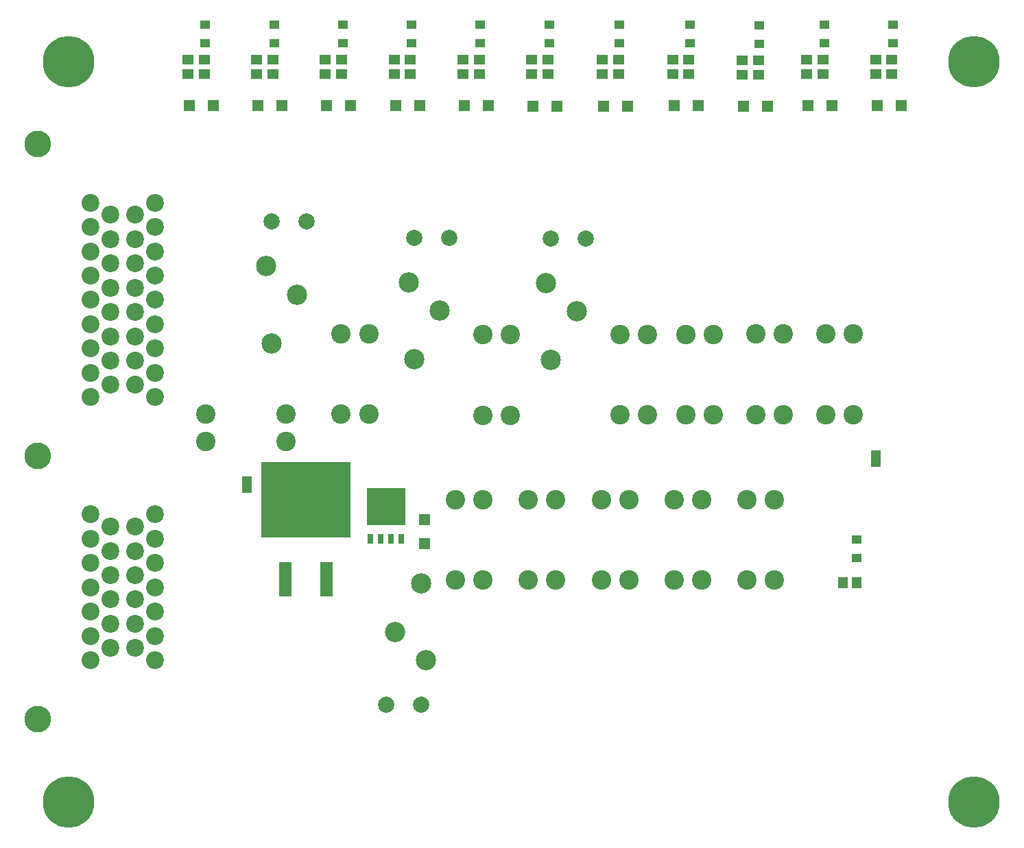
<source format=gbr>
%TF.GenerationSoftware,Altium Limited,Altium Designer,19.1.8 (144)*%
G04 Layer_Color=255*
%FSLAX26Y26*%
%MOIN*%
%TF.FileFunction,Pads,Top*%
%TF.Part,Single*%
G01*
G75*
%TA.AperFunction,SMDPad,CuDef*%
%ADD10R,0.027559X0.045276*%
%ADD11R,0.185039X0.181102*%
%ADD12R,0.045276X0.080709*%
%ADD13R,0.062992X0.169000*%
%ADD14R,0.436000X0.366000*%
%ADD15R,0.057087X0.053150*%
%ADD16R,0.051181X0.043307*%
%ADD17R,0.053150X0.057087*%
%ADD18R,0.053150X0.045276*%
%ADD19R,0.045276X0.053150*%
%TA.AperFunction,ComponentPad*%
%ADD25C,0.094488*%
%ADD26C,0.086614*%
%ADD27C,0.129921*%
%TA.AperFunction,ViaPad*%
%ADD28C,0.250000*%
%TA.AperFunction,ComponentPad*%
%ADD29C,0.098425*%
%ADD30C,0.078740*%
D10*
X1767000Y1580709D02*
D03*
X1817000D02*
D03*
X1867000D02*
D03*
X1917000D02*
D03*
D11*
X1842000Y1738189D02*
D03*
D12*
X1166390Y1843077D02*
D03*
X4221922Y1971000D02*
D03*
D13*
X1353000Y1384000D02*
D03*
X1553000D02*
D03*
D14*
X1453000Y1769500D02*
D03*
D15*
X2029000Y1672071D02*
D03*
Y1555929D02*
D03*
D16*
X1967162Y3990724D02*
D03*
Y4081276D02*
D03*
X2301453Y3990724D02*
D03*
Y4081276D02*
D03*
X2977983Y3989724D02*
D03*
Y4080275D02*
D03*
X3657983Y3986550D02*
D03*
Y4077102D02*
D03*
X2635983Y3989723D02*
D03*
Y4080274D02*
D03*
X3320615Y3989898D02*
D03*
Y4080449D02*
D03*
X3972906Y3990724D02*
D03*
Y4081276D02*
D03*
X4307197Y3990724D02*
D03*
Y4081276D02*
D03*
X1632872Y3990724D02*
D03*
Y4081276D02*
D03*
X1298581Y3990724D02*
D03*
Y4081276D02*
D03*
X964291Y3990724D02*
D03*
Y4081276D02*
D03*
X4131308Y1576071D02*
D03*
Y1485520D02*
D03*
D17*
X1670943Y3686000D02*
D03*
X1554801D02*
D03*
X1336652D02*
D03*
X1220510D02*
D03*
X1002361D02*
D03*
X886220D02*
D03*
X2005233D02*
D03*
X1889092D02*
D03*
X3358686Y3685173D02*
D03*
X3242545D02*
D03*
X4345267Y3686000D02*
D03*
X4229126D02*
D03*
X4010977D02*
D03*
X3894835D02*
D03*
X3016054Y3684999D02*
D03*
X2899912D02*
D03*
X2339524Y3686000D02*
D03*
X2223382D02*
D03*
X2674054Y3684998D02*
D03*
X2557912D02*
D03*
X3696054Y3681826D02*
D03*
X3579912D02*
D03*
D18*
X879016Y3841276D02*
D03*
Y3910173D02*
D03*
X1213307Y3841276D02*
D03*
Y3910173D02*
D03*
X1547597Y3841276D02*
D03*
Y3910173D02*
D03*
X1881888Y3841276D02*
D03*
Y3910173D02*
D03*
X2216179Y3841276D02*
D03*
Y3910173D02*
D03*
X3887632Y3841276D02*
D03*
Y3910173D02*
D03*
X4221922Y3841276D02*
D03*
Y3910173D02*
D03*
X3235341Y3840449D02*
D03*
Y3909346D02*
D03*
X2550709Y3840274D02*
D03*
Y3909172D02*
D03*
X3572709Y3837102D02*
D03*
Y3905999D02*
D03*
X2892709Y3840275D02*
D03*
Y3909172D02*
D03*
X3314633Y3909347D02*
D03*
Y3840450D02*
D03*
X3966923Y3910174D02*
D03*
Y3841276D02*
D03*
X4301214Y3910174D02*
D03*
Y3841276D02*
D03*
X1961179Y3910174D02*
D03*
Y3841276D02*
D03*
X2295470Y3910174D02*
D03*
Y3841276D02*
D03*
X2972000Y3909173D02*
D03*
Y3840276D02*
D03*
X3652000Y3906000D02*
D03*
Y3837102D02*
D03*
X2630000Y3909172D02*
D03*
Y3840275D02*
D03*
X1626889Y3910174D02*
D03*
Y3841276D02*
D03*
X958308Y3910174D02*
D03*
Y3841276D02*
D03*
X1292598Y3910174D02*
D03*
Y3841276D02*
D03*
D19*
X4062411Y1368000D02*
D03*
X4131308D02*
D03*
D25*
X1357276Y2052071D02*
D03*
X966724D02*
D03*
X1357276Y2185929D02*
D03*
X966724D02*
D03*
X1624843Y2186206D02*
D03*
Y2576757D02*
D03*
X1758701Y2186206D02*
D03*
Y2576757D02*
D03*
X2313490Y2181724D02*
D03*
Y2572276D02*
D03*
X2447348Y2181724D02*
D03*
Y2572276D02*
D03*
X2979165Y2183724D02*
D03*
Y2574276D02*
D03*
X3113023Y2183724D02*
D03*
Y2574276D02*
D03*
X3299361Y2184449D02*
D03*
Y2575000D02*
D03*
X3433220Y2184449D02*
D03*
Y2575000D02*
D03*
X3638246Y2184724D02*
D03*
Y2575276D02*
D03*
X3772104Y2184724D02*
D03*
Y2575276D02*
D03*
X3978379Y2184898D02*
D03*
Y2575450D02*
D03*
X4112237Y2184898D02*
D03*
Y2575450D02*
D03*
X3731237Y1771450D02*
D03*
Y1380898D02*
D03*
X3597378Y1771450D02*
D03*
Y1380898D02*
D03*
X3376886Y1771000D02*
D03*
Y1380449D02*
D03*
X3243028Y1771000D02*
D03*
Y1380449D02*
D03*
X3022570Y1771450D02*
D03*
Y1380898D02*
D03*
X2888712Y1771450D02*
D03*
Y1380898D02*
D03*
X2667701Y1771757D02*
D03*
Y1381206D02*
D03*
X2533843Y1771757D02*
D03*
Y1381206D02*
D03*
X2312929Y1771456D02*
D03*
Y1380905D02*
D03*
X2179071Y1771456D02*
D03*
Y1380905D02*
D03*
D26*
X720866Y2269685D02*
D03*
Y2387795D02*
D03*
Y2505905D02*
D03*
Y2624016D02*
D03*
Y2742126D02*
D03*
Y2860236D02*
D03*
Y2978347D02*
D03*
Y3096457D02*
D03*
Y3214567D02*
D03*
X622441Y2328740D02*
D03*
Y2446850D02*
D03*
Y2564961D02*
D03*
Y2683071D02*
D03*
Y2801181D02*
D03*
Y2919291D02*
D03*
Y3037402D02*
D03*
Y3155512D02*
D03*
X504331Y2328740D02*
D03*
Y2446850D02*
D03*
Y2564961D02*
D03*
Y2683071D02*
D03*
Y2801181D02*
D03*
Y2919291D02*
D03*
Y3037402D02*
D03*
Y3155512D02*
D03*
X405906Y2269685D02*
D03*
Y2387795D02*
D03*
Y2505905D02*
D03*
Y2624016D02*
D03*
Y2742126D02*
D03*
Y2860236D02*
D03*
Y2978347D02*
D03*
Y3096457D02*
D03*
Y3214567D02*
D03*
Y1698819D02*
D03*
Y1580709D02*
D03*
Y1462599D02*
D03*
Y1344488D02*
D03*
Y1226378D02*
D03*
Y1108268D02*
D03*
Y990158D02*
D03*
X504331Y1639764D02*
D03*
Y1521654D02*
D03*
Y1403543D02*
D03*
Y1285433D02*
D03*
Y1167323D02*
D03*
Y1049213D02*
D03*
X622441Y1639764D02*
D03*
Y1521654D02*
D03*
Y1403543D02*
D03*
Y1285433D02*
D03*
Y1167323D02*
D03*
Y1049213D02*
D03*
X720866Y1698819D02*
D03*
Y1580709D02*
D03*
Y1462599D02*
D03*
Y1344488D02*
D03*
Y1226378D02*
D03*
Y1108268D02*
D03*
Y990158D02*
D03*
D27*
X150000Y704724D02*
D03*
Y1984252D02*
D03*
Y3500000D02*
D03*
D28*
X4700000Y300000D02*
D03*
Y3900000D02*
D03*
X300000D02*
D03*
Y300000D02*
D03*
D29*
X2644656Y2449512D02*
D03*
X2619065Y2823528D02*
D03*
X2768671Y2685732D02*
D03*
X1979001Y2452449D02*
D03*
X1953410Y2826465D02*
D03*
X2103016Y2688670D02*
D03*
X1287000Y2531449D02*
D03*
X1261409Y2905465D02*
D03*
X1411016Y2767669D02*
D03*
X2011929Y1364551D02*
D03*
X2037520Y990535D02*
D03*
X1887913Y1128331D02*
D03*
D30*
X2813947Y3040063D02*
D03*
X2644656D02*
D03*
X2148292Y3043001D02*
D03*
X1979001D02*
D03*
X1456291Y3122000D02*
D03*
X1287000D02*
D03*
X1842638Y774000D02*
D03*
X2011929D02*
D03*
%TF.MD5,36fa2802dc189365996d7337871deed2*%
M02*

</source>
